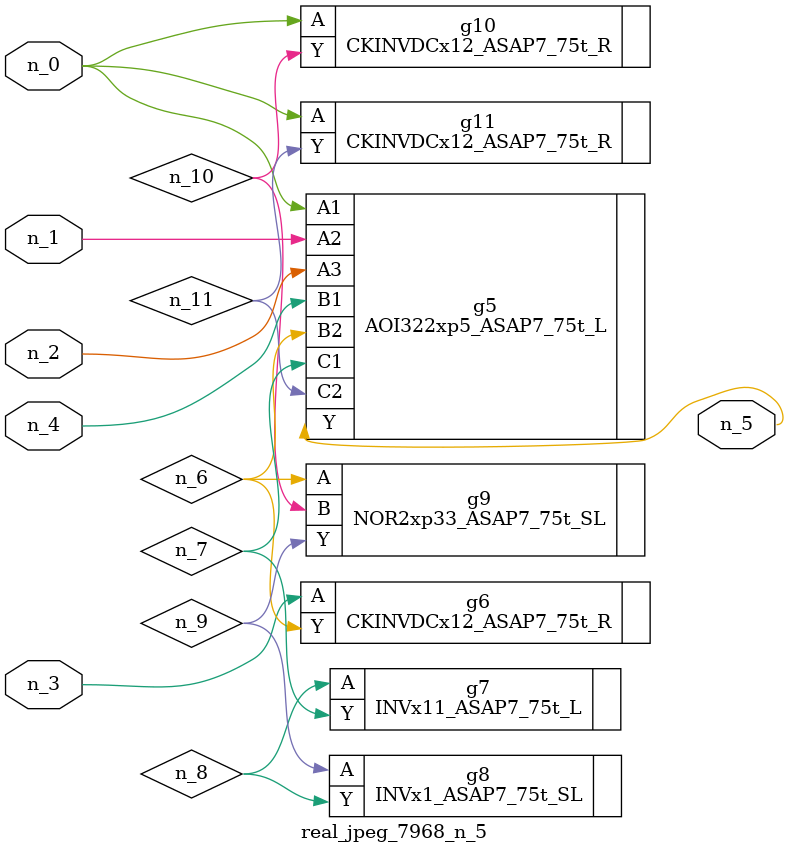
<source format=v>
module real_jpeg_7968_n_5 (n_4, n_0, n_1, n_2, n_3, n_5);

input n_4;
input n_0;
input n_1;
input n_2;
input n_3;

output n_5;

wire n_8;
wire n_11;
wire n_6;
wire n_7;
wire n_10;
wire n_9;

AOI322xp5_ASAP7_75t_L g5 ( 
.A1(n_0),
.A2(n_1),
.A3(n_2),
.B1(n_4),
.B2(n_6),
.C1(n_7),
.C2(n_11),
.Y(n_5)
);

CKINVDCx12_ASAP7_75t_R g10 ( 
.A(n_0),
.Y(n_10)
);

CKINVDCx12_ASAP7_75t_R g11 ( 
.A(n_0),
.Y(n_11)
);

CKINVDCx12_ASAP7_75t_R g6 ( 
.A(n_3),
.Y(n_6)
);

NOR2xp33_ASAP7_75t_SL g9 ( 
.A(n_6),
.B(n_10),
.Y(n_9)
);

INVx11_ASAP7_75t_L g7 ( 
.A(n_8),
.Y(n_7)
);

INVx1_ASAP7_75t_SL g8 ( 
.A(n_9),
.Y(n_8)
);


endmodule
</source>
